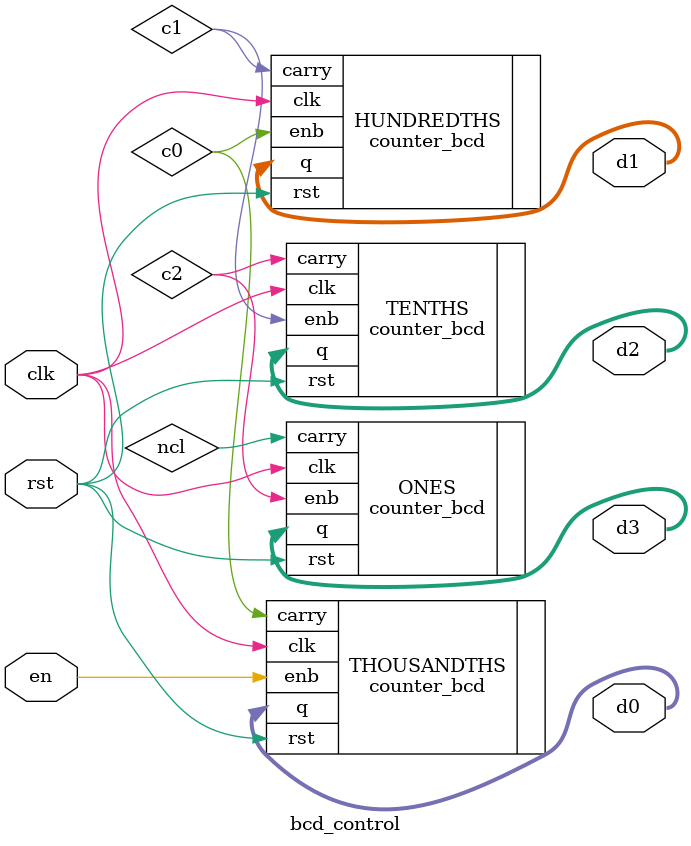
<source format=sv>
`timescale 1ns / 1ps


module bcd_control(input logic clk, rst, en,
                    output logic [3:0] d0, d1, d2, d3);
                    
    logic c0, c1, c2;
    logic [3:0] nc0;
    logic nc1;
                    
    counter_bcd THOUSANDTHS(.clk, .rst, .enb(en), .q(d0), .carry(c0));
    counter_bcd HUNDREDTHS(.clk, .rst, .enb(c0), .q(d1), .carry(c1));
    counter_bcd TENTHS(.clk, .rst, .enb(c1), .q(d2), .carry(c2));
    counter_bcd ONES(.clk, .rst, .enb(c2), .q(d3), .carry(ncl));
    
endmodule

</source>
